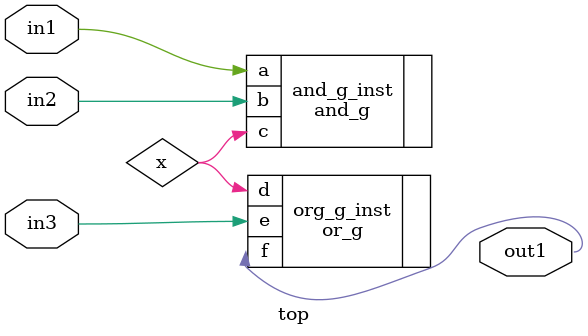
<source format=v>
`timescale 1ns / 1ps

module top(
    input  wire in1,
    input  wire in2,
    input  wire in3,
    output wire out1
    );
 
wire x;
   
and_g and_g_inst(
    . a(in1),
    . b(in2),
    . c(x)
    );
 
or_g org_g_inst(
    . d(x),
    . e(in3),
    . f(out1)
    );
endmodule

</source>
